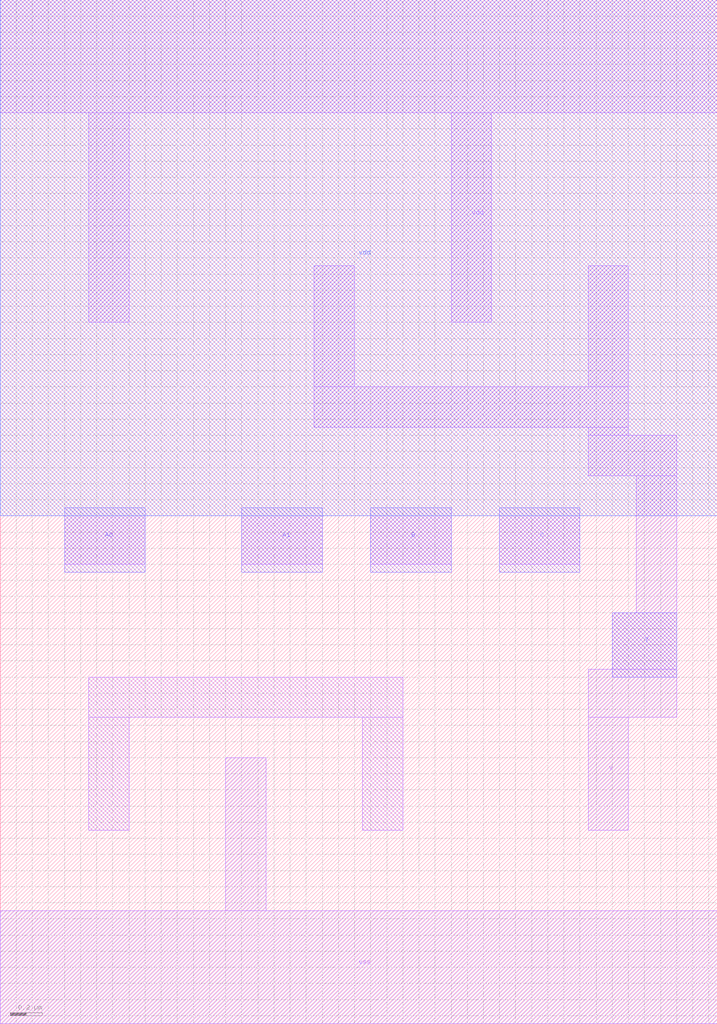
<source format=lef>
VERSION 5.7 ;
  NOWIREEXTENSIONATPIN ON ;
  DIVIDERCHAR "/" ;
  BUSBITCHARS "[]" ;
MACRO gf180mcu_gp9t3v3_oai211_1
  CLASS BLOCK ;
  FOREIGN gf180mcu_gp9t3v3_oai211_1 ;
  ORIGIN 3.000 2.850 ;
  SIZE 4.450 BY 6.350 ;
  PIN A0
    DIRECTION INPUT ;
    USE SIGNAL ;
    ANTENNAGATEAREA 0.765000 ;
    PORT
      LAYER Metal1 ;
        RECT -2.600 0.000 -2.100 0.300 ;
      LAYER Metal2 ;
        RECT -2.600 -0.050 -2.100 0.350 ;
    END
  END A0
  PIN A1
    DIRECTION INPUT ;
    USE SIGNAL ;
    ANTENNAGATEAREA 0.765000 ;
    PORT
      LAYER Metal1 ;
        RECT -1.500 0.000 -1.000 0.300 ;
      LAYER Metal2 ;
        RECT -1.500 -0.050 -1.000 0.350 ;
    END
  END A1
  PIN B
    DIRECTION INPUT ;
    USE SIGNAL ;
    ANTENNAGATEAREA 0.765000 ;
    PORT
      LAYER Metal1 ;
        RECT -0.700 0.000 -0.200 0.300 ;
      LAYER Metal2 ;
        RECT -0.700 -0.050 -0.200 0.350 ;
    END
  END B
  PIN C
    DIRECTION INPUT ;
    USE SIGNAL ;
    ANTENNAGATEAREA 0.765000 ;
    PORT
      LAYER Metal1 ;
        RECT 0.100 0.000 0.600 0.300 ;
      LAYER Metal2 ;
        RECT 0.100 -0.050 0.600 0.350 ;
    END
  END C
  PIN Y
    DIRECTION OUTPUT ;
    USE SIGNAL ;
    ANTENNADIFFAREA 2.210000 ;
    PORT
      LAYER Metal1 ;
        RECT -1.050 1.100 -0.800 1.850 ;
        RECT 0.650 1.100 0.900 1.850 ;
        RECT -1.050 0.850 0.900 1.100 ;
        RECT 0.650 0.800 0.900 0.850 ;
        RECT 0.650 0.550 1.200 0.800 ;
        RECT 0.950 -0.300 1.200 0.550 ;
        RECT 0.800 -0.650 1.200 -0.300 ;
        RECT 0.650 -0.950 1.200 -0.650 ;
        RECT 0.650 -1.650 0.900 -0.950 ;
      LAYER Metal2 ;
        RECT 0.800 -0.700 1.200 -0.300 ;
    END
  END Y
  PIN vdd
    DIRECTION INOUT ;
    USE POWER ;
    SHAPE ABUTMENT ;
    PORT
      LAYER Nwell ;
        RECT -3.000 0.300 1.450 3.500 ;
      LAYER Metal1 ;
        RECT -3.000 2.800 1.450 3.500 ;
        RECT -2.450 1.500 -2.200 2.800 ;
        RECT -0.200 1.500 0.050 2.800 ;
    END
  END vdd
  PIN vss
    DIRECTION INOUT ;
    USE GROUND ;
    SHAPE ABUTMENT ;
    PORT
      LAYER Metal1 ;
        RECT -1.600 -2.150 -1.350 -1.200 ;
        RECT -3.000 -2.850 1.450 -2.150 ;
    END
  END vss
  OBS
      LAYER Metal1 ;
        RECT -2.450 -0.950 -0.500 -0.700 ;
        RECT -2.450 -1.650 -2.200 -0.950 ;
        RECT -0.750 -1.650 -0.500 -0.950 ;
  END
END gf180mcu_gp9t3v3_oai211_1
END LIBRARY


</source>
